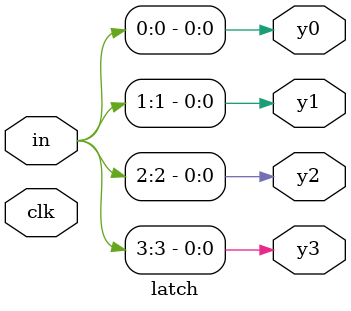
<source format=v>
`timescale 1ns / 1ps


module latch(
    input clk,
    input [3:0] in,
    output reg y3,
    output reg y2,
    output reg y1,
    output reg y0
    );
always @(clk or in) begin
    y3 = in[3];
    y2 = in[2];
    y1 = in[1];
    y0 = in[0];
end
endmodule

</source>
